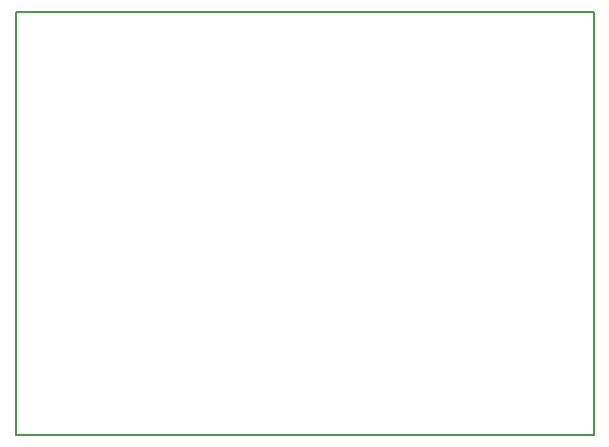
<source format=gbr>
%TF.GenerationSoftware,KiCad,Pcbnew,(6.0.7)*%
%TF.CreationDate,2022-09-16T01:25:34+02:00*%
%TF.ProjectId,ledpcb,6c656470-6362-42e6-9b69-6361645f7063,rev?*%
%TF.SameCoordinates,Original*%
%TF.FileFunction,Profile,NP*%
%FSLAX46Y46*%
G04 Gerber Fmt 4.6, Leading zero omitted, Abs format (unit mm)*
G04 Created by KiCad (PCBNEW (6.0.7)) date 2022-09-16 01:25:34*
%MOMM*%
%LPD*%
G01*
G04 APERTURE LIST*
%TA.AperFunction,Profile*%
%ADD10C,0.200000*%
%TD*%
G04 APERTURE END LIST*
D10*
X101175000Y-82575000D02*
X150125000Y-82575000D01*
X150125000Y-82575000D02*
X150125000Y-118425000D01*
X150125000Y-118425000D02*
X101175000Y-118425000D01*
X101175000Y-118425000D02*
X101175000Y-82575000D01*
M02*

</source>
